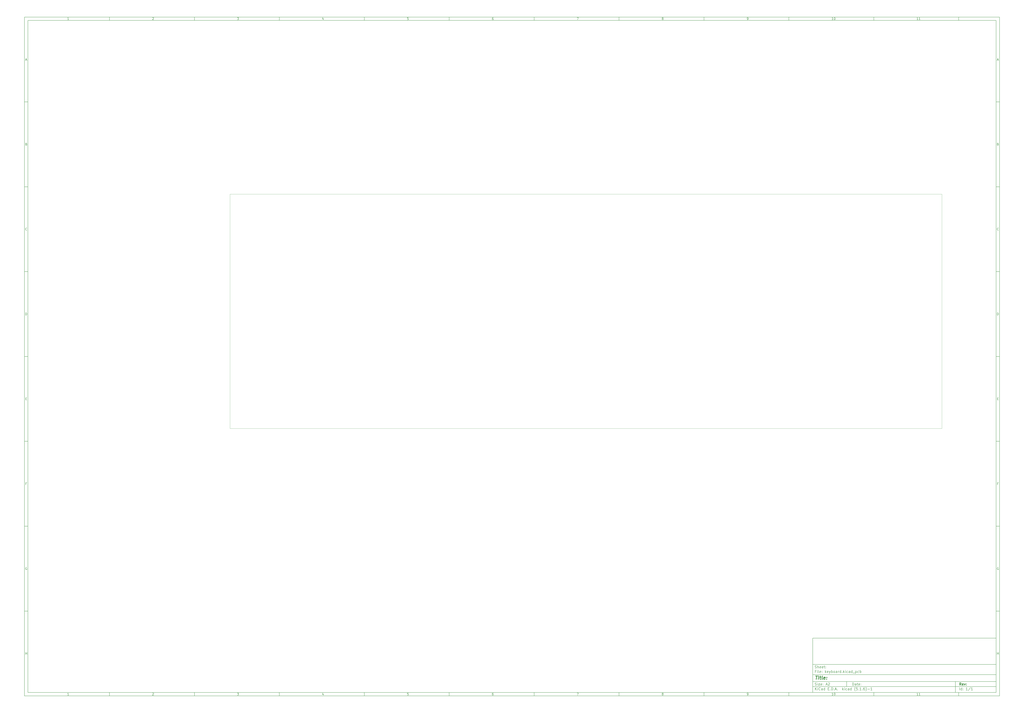
<source format=gbr>
G04 #@! TF.GenerationSoftware,KiCad,Pcbnew,(5.1.6)-1*
G04 #@! TF.CreationDate,2020-10-04T22:42:36-04:00*
G04 #@! TF.ProjectId,keyboard,6b657962-6f61-4726-942e-6b696361645f,rev?*
G04 #@! TF.SameCoordinates,Original*
G04 #@! TF.FileFunction,Profile,NP*
%FSLAX46Y46*%
G04 Gerber Fmt 4.6, Leading zero omitted, Abs format (unit mm)*
G04 Created by KiCad (PCBNEW (5.1.6)-1) date 2020-10-04 22:42:36*
%MOMM*%
%LPD*%
G01*
G04 APERTURE LIST*
%ADD10C,0.100000*%
%ADD11C,0.150000*%
%ADD12C,0.300000*%
%ADD13C,0.400000*%
G04 #@! TA.AperFunction,Profile*
%ADD14C,0.100000*%
G04 #@! TD*
G04 APERTURE END LIST*
D10*
D11*
X474004400Y-375989000D02*
X474004400Y-407989000D01*
X582004400Y-407989000D01*
X582004400Y-375989000D01*
X474004400Y-375989000D01*
D10*
D11*
X10000000Y-10000000D02*
X10000000Y-409989000D01*
X584004400Y-409989000D01*
X584004400Y-10000000D01*
X10000000Y-10000000D01*
D10*
D11*
X12000000Y-12000000D02*
X12000000Y-407989000D01*
X582004400Y-407989000D01*
X582004400Y-12000000D01*
X12000000Y-12000000D01*
D10*
D11*
X60000000Y-12000000D02*
X60000000Y-10000000D01*
D10*
D11*
X110000000Y-12000000D02*
X110000000Y-10000000D01*
D10*
D11*
X160000000Y-12000000D02*
X160000000Y-10000000D01*
D10*
D11*
X210000000Y-12000000D02*
X210000000Y-10000000D01*
D10*
D11*
X260000000Y-12000000D02*
X260000000Y-10000000D01*
D10*
D11*
X310000000Y-12000000D02*
X310000000Y-10000000D01*
D10*
D11*
X360000000Y-12000000D02*
X360000000Y-10000000D01*
D10*
D11*
X410000000Y-12000000D02*
X410000000Y-10000000D01*
D10*
D11*
X460000000Y-12000000D02*
X460000000Y-10000000D01*
D10*
D11*
X510000000Y-12000000D02*
X510000000Y-10000000D01*
D10*
D11*
X560000000Y-12000000D02*
X560000000Y-10000000D01*
D10*
D11*
X36065476Y-11588095D02*
X35322619Y-11588095D01*
X35694047Y-11588095D02*
X35694047Y-10288095D01*
X35570238Y-10473809D01*
X35446428Y-10597619D01*
X35322619Y-10659523D01*
D10*
D11*
X85322619Y-10411904D02*
X85384523Y-10350000D01*
X85508333Y-10288095D01*
X85817857Y-10288095D01*
X85941666Y-10350000D01*
X86003571Y-10411904D01*
X86065476Y-10535714D01*
X86065476Y-10659523D01*
X86003571Y-10845238D01*
X85260714Y-11588095D01*
X86065476Y-11588095D01*
D10*
D11*
X135260714Y-10288095D02*
X136065476Y-10288095D01*
X135632142Y-10783333D01*
X135817857Y-10783333D01*
X135941666Y-10845238D01*
X136003571Y-10907142D01*
X136065476Y-11030952D01*
X136065476Y-11340476D01*
X136003571Y-11464285D01*
X135941666Y-11526190D01*
X135817857Y-11588095D01*
X135446428Y-11588095D01*
X135322619Y-11526190D01*
X135260714Y-11464285D01*
D10*
D11*
X185941666Y-10721428D02*
X185941666Y-11588095D01*
X185632142Y-10226190D02*
X185322619Y-11154761D01*
X186127380Y-11154761D01*
D10*
D11*
X236003571Y-10288095D02*
X235384523Y-10288095D01*
X235322619Y-10907142D01*
X235384523Y-10845238D01*
X235508333Y-10783333D01*
X235817857Y-10783333D01*
X235941666Y-10845238D01*
X236003571Y-10907142D01*
X236065476Y-11030952D01*
X236065476Y-11340476D01*
X236003571Y-11464285D01*
X235941666Y-11526190D01*
X235817857Y-11588095D01*
X235508333Y-11588095D01*
X235384523Y-11526190D01*
X235322619Y-11464285D01*
D10*
D11*
X285941666Y-10288095D02*
X285694047Y-10288095D01*
X285570238Y-10350000D01*
X285508333Y-10411904D01*
X285384523Y-10597619D01*
X285322619Y-10845238D01*
X285322619Y-11340476D01*
X285384523Y-11464285D01*
X285446428Y-11526190D01*
X285570238Y-11588095D01*
X285817857Y-11588095D01*
X285941666Y-11526190D01*
X286003571Y-11464285D01*
X286065476Y-11340476D01*
X286065476Y-11030952D01*
X286003571Y-10907142D01*
X285941666Y-10845238D01*
X285817857Y-10783333D01*
X285570238Y-10783333D01*
X285446428Y-10845238D01*
X285384523Y-10907142D01*
X285322619Y-11030952D01*
D10*
D11*
X335260714Y-10288095D02*
X336127380Y-10288095D01*
X335570238Y-11588095D01*
D10*
D11*
X385570238Y-10845238D02*
X385446428Y-10783333D01*
X385384523Y-10721428D01*
X385322619Y-10597619D01*
X385322619Y-10535714D01*
X385384523Y-10411904D01*
X385446428Y-10350000D01*
X385570238Y-10288095D01*
X385817857Y-10288095D01*
X385941666Y-10350000D01*
X386003571Y-10411904D01*
X386065476Y-10535714D01*
X386065476Y-10597619D01*
X386003571Y-10721428D01*
X385941666Y-10783333D01*
X385817857Y-10845238D01*
X385570238Y-10845238D01*
X385446428Y-10907142D01*
X385384523Y-10969047D01*
X385322619Y-11092857D01*
X385322619Y-11340476D01*
X385384523Y-11464285D01*
X385446428Y-11526190D01*
X385570238Y-11588095D01*
X385817857Y-11588095D01*
X385941666Y-11526190D01*
X386003571Y-11464285D01*
X386065476Y-11340476D01*
X386065476Y-11092857D01*
X386003571Y-10969047D01*
X385941666Y-10907142D01*
X385817857Y-10845238D01*
D10*
D11*
X435446428Y-11588095D02*
X435694047Y-11588095D01*
X435817857Y-11526190D01*
X435879761Y-11464285D01*
X436003571Y-11278571D01*
X436065476Y-11030952D01*
X436065476Y-10535714D01*
X436003571Y-10411904D01*
X435941666Y-10350000D01*
X435817857Y-10288095D01*
X435570238Y-10288095D01*
X435446428Y-10350000D01*
X435384523Y-10411904D01*
X435322619Y-10535714D01*
X435322619Y-10845238D01*
X435384523Y-10969047D01*
X435446428Y-11030952D01*
X435570238Y-11092857D01*
X435817857Y-11092857D01*
X435941666Y-11030952D01*
X436003571Y-10969047D01*
X436065476Y-10845238D01*
D10*
D11*
X486065476Y-11588095D02*
X485322619Y-11588095D01*
X485694047Y-11588095D02*
X485694047Y-10288095D01*
X485570238Y-10473809D01*
X485446428Y-10597619D01*
X485322619Y-10659523D01*
X486870238Y-10288095D02*
X486994047Y-10288095D01*
X487117857Y-10350000D01*
X487179761Y-10411904D01*
X487241666Y-10535714D01*
X487303571Y-10783333D01*
X487303571Y-11092857D01*
X487241666Y-11340476D01*
X487179761Y-11464285D01*
X487117857Y-11526190D01*
X486994047Y-11588095D01*
X486870238Y-11588095D01*
X486746428Y-11526190D01*
X486684523Y-11464285D01*
X486622619Y-11340476D01*
X486560714Y-11092857D01*
X486560714Y-10783333D01*
X486622619Y-10535714D01*
X486684523Y-10411904D01*
X486746428Y-10350000D01*
X486870238Y-10288095D01*
D10*
D11*
X536065476Y-11588095D02*
X535322619Y-11588095D01*
X535694047Y-11588095D02*
X535694047Y-10288095D01*
X535570238Y-10473809D01*
X535446428Y-10597619D01*
X535322619Y-10659523D01*
X537303571Y-11588095D02*
X536560714Y-11588095D01*
X536932142Y-11588095D02*
X536932142Y-10288095D01*
X536808333Y-10473809D01*
X536684523Y-10597619D01*
X536560714Y-10659523D01*
D10*
D11*
X60000000Y-407989000D02*
X60000000Y-409989000D01*
D10*
D11*
X110000000Y-407989000D02*
X110000000Y-409989000D01*
D10*
D11*
X160000000Y-407989000D02*
X160000000Y-409989000D01*
D10*
D11*
X210000000Y-407989000D02*
X210000000Y-409989000D01*
D10*
D11*
X260000000Y-407989000D02*
X260000000Y-409989000D01*
D10*
D11*
X310000000Y-407989000D02*
X310000000Y-409989000D01*
D10*
D11*
X360000000Y-407989000D02*
X360000000Y-409989000D01*
D10*
D11*
X410000000Y-407989000D02*
X410000000Y-409989000D01*
D10*
D11*
X460000000Y-407989000D02*
X460000000Y-409989000D01*
D10*
D11*
X510000000Y-407989000D02*
X510000000Y-409989000D01*
D10*
D11*
X560000000Y-407989000D02*
X560000000Y-409989000D01*
D10*
D11*
X36065476Y-409577095D02*
X35322619Y-409577095D01*
X35694047Y-409577095D02*
X35694047Y-408277095D01*
X35570238Y-408462809D01*
X35446428Y-408586619D01*
X35322619Y-408648523D01*
D10*
D11*
X85322619Y-408400904D02*
X85384523Y-408339000D01*
X85508333Y-408277095D01*
X85817857Y-408277095D01*
X85941666Y-408339000D01*
X86003571Y-408400904D01*
X86065476Y-408524714D01*
X86065476Y-408648523D01*
X86003571Y-408834238D01*
X85260714Y-409577095D01*
X86065476Y-409577095D01*
D10*
D11*
X135260714Y-408277095D02*
X136065476Y-408277095D01*
X135632142Y-408772333D01*
X135817857Y-408772333D01*
X135941666Y-408834238D01*
X136003571Y-408896142D01*
X136065476Y-409019952D01*
X136065476Y-409329476D01*
X136003571Y-409453285D01*
X135941666Y-409515190D01*
X135817857Y-409577095D01*
X135446428Y-409577095D01*
X135322619Y-409515190D01*
X135260714Y-409453285D01*
D10*
D11*
X185941666Y-408710428D02*
X185941666Y-409577095D01*
X185632142Y-408215190D02*
X185322619Y-409143761D01*
X186127380Y-409143761D01*
D10*
D11*
X236003571Y-408277095D02*
X235384523Y-408277095D01*
X235322619Y-408896142D01*
X235384523Y-408834238D01*
X235508333Y-408772333D01*
X235817857Y-408772333D01*
X235941666Y-408834238D01*
X236003571Y-408896142D01*
X236065476Y-409019952D01*
X236065476Y-409329476D01*
X236003571Y-409453285D01*
X235941666Y-409515190D01*
X235817857Y-409577095D01*
X235508333Y-409577095D01*
X235384523Y-409515190D01*
X235322619Y-409453285D01*
D10*
D11*
X285941666Y-408277095D02*
X285694047Y-408277095D01*
X285570238Y-408339000D01*
X285508333Y-408400904D01*
X285384523Y-408586619D01*
X285322619Y-408834238D01*
X285322619Y-409329476D01*
X285384523Y-409453285D01*
X285446428Y-409515190D01*
X285570238Y-409577095D01*
X285817857Y-409577095D01*
X285941666Y-409515190D01*
X286003571Y-409453285D01*
X286065476Y-409329476D01*
X286065476Y-409019952D01*
X286003571Y-408896142D01*
X285941666Y-408834238D01*
X285817857Y-408772333D01*
X285570238Y-408772333D01*
X285446428Y-408834238D01*
X285384523Y-408896142D01*
X285322619Y-409019952D01*
D10*
D11*
X335260714Y-408277095D02*
X336127380Y-408277095D01*
X335570238Y-409577095D01*
D10*
D11*
X385570238Y-408834238D02*
X385446428Y-408772333D01*
X385384523Y-408710428D01*
X385322619Y-408586619D01*
X385322619Y-408524714D01*
X385384523Y-408400904D01*
X385446428Y-408339000D01*
X385570238Y-408277095D01*
X385817857Y-408277095D01*
X385941666Y-408339000D01*
X386003571Y-408400904D01*
X386065476Y-408524714D01*
X386065476Y-408586619D01*
X386003571Y-408710428D01*
X385941666Y-408772333D01*
X385817857Y-408834238D01*
X385570238Y-408834238D01*
X385446428Y-408896142D01*
X385384523Y-408958047D01*
X385322619Y-409081857D01*
X385322619Y-409329476D01*
X385384523Y-409453285D01*
X385446428Y-409515190D01*
X385570238Y-409577095D01*
X385817857Y-409577095D01*
X385941666Y-409515190D01*
X386003571Y-409453285D01*
X386065476Y-409329476D01*
X386065476Y-409081857D01*
X386003571Y-408958047D01*
X385941666Y-408896142D01*
X385817857Y-408834238D01*
D10*
D11*
X435446428Y-409577095D02*
X435694047Y-409577095D01*
X435817857Y-409515190D01*
X435879761Y-409453285D01*
X436003571Y-409267571D01*
X436065476Y-409019952D01*
X436065476Y-408524714D01*
X436003571Y-408400904D01*
X435941666Y-408339000D01*
X435817857Y-408277095D01*
X435570238Y-408277095D01*
X435446428Y-408339000D01*
X435384523Y-408400904D01*
X435322619Y-408524714D01*
X435322619Y-408834238D01*
X435384523Y-408958047D01*
X435446428Y-409019952D01*
X435570238Y-409081857D01*
X435817857Y-409081857D01*
X435941666Y-409019952D01*
X436003571Y-408958047D01*
X436065476Y-408834238D01*
D10*
D11*
X486065476Y-409577095D02*
X485322619Y-409577095D01*
X485694047Y-409577095D02*
X485694047Y-408277095D01*
X485570238Y-408462809D01*
X485446428Y-408586619D01*
X485322619Y-408648523D01*
X486870238Y-408277095D02*
X486994047Y-408277095D01*
X487117857Y-408339000D01*
X487179761Y-408400904D01*
X487241666Y-408524714D01*
X487303571Y-408772333D01*
X487303571Y-409081857D01*
X487241666Y-409329476D01*
X487179761Y-409453285D01*
X487117857Y-409515190D01*
X486994047Y-409577095D01*
X486870238Y-409577095D01*
X486746428Y-409515190D01*
X486684523Y-409453285D01*
X486622619Y-409329476D01*
X486560714Y-409081857D01*
X486560714Y-408772333D01*
X486622619Y-408524714D01*
X486684523Y-408400904D01*
X486746428Y-408339000D01*
X486870238Y-408277095D01*
D10*
D11*
X536065476Y-409577095D02*
X535322619Y-409577095D01*
X535694047Y-409577095D02*
X535694047Y-408277095D01*
X535570238Y-408462809D01*
X535446428Y-408586619D01*
X535322619Y-408648523D01*
X537303571Y-409577095D02*
X536560714Y-409577095D01*
X536932142Y-409577095D02*
X536932142Y-408277095D01*
X536808333Y-408462809D01*
X536684523Y-408586619D01*
X536560714Y-408648523D01*
D10*
D11*
X10000000Y-60000000D02*
X12000000Y-60000000D01*
D10*
D11*
X10000000Y-110000000D02*
X12000000Y-110000000D01*
D10*
D11*
X10000000Y-160000000D02*
X12000000Y-160000000D01*
D10*
D11*
X10000000Y-210000000D02*
X12000000Y-210000000D01*
D10*
D11*
X10000000Y-260000000D02*
X12000000Y-260000000D01*
D10*
D11*
X10000000Y-310000000D02*
X12000000Y-310000000D01*
D10*
D11*
X10000000Y-360000000D02*
X12000000Y-360000000D01*
D10*
D11*
X10690476Y-35216666D02*
X11309523Y-35216666D01*
X10566666Y-35588095D02*
X11000000Y-34288095D01*
X11433333Y-35588095D01*
D10*
D11*
X11092857Y-84907142D02*
X11278571Y-84969047D01*
X11340476Y-85030952D01*
X11402380Y-85154761D01*
X11402380Y-85340476D01*
X11340476Y-85464285D01*
X11278571Y-85526190D01*
X11154761Y-85588095D01*
X10659523Y-85588095D01*
X10659523Y-84288095D01*
X11092857Y-84288095D01*
X11216666Y-84350000D01*
X11278571Y-84411904D01*
X11340476Y-84535714D01*
X11340476Y-84659523D01*
X11278571Y-84783333D01*
X11216666Y-84845238D01*
X11092857Y-84907142D01*
X10659523Y-84907142D01*
D10*
D11*
X11402380Y-135464285D02*
X11340476Y-135526190D01*
X11154761Y-135588095D01*
X11030952Y-135588095D01*
X10845238Y-135526190D01*
X10721428Y-135402380D01*
X10659523Y-135278571D01*
X10597619Y-135030952D01*
X10597619Y-134845238D01*
X10659523Y-134597619D01*
X10721428Y-134473809D01*
X10845238Y-134350000D01*
X11030952Y-134288095D01*
X11154761Y-134288095D01*
X11340476Y-134350000D01*
X11402380Y-134411904D01*
D10*
D11*
X10659523Y-185588095D02*
X10659523Y-184288095D01*
X10969047Y-184288095D01*
X11154761Y-184350000D01*
X11278571Y-184473809D01*
X11340476Y-184597619D01*
X11402380Y-184845238D01*
X11402380Y-185030952D01*
X11340476Y-185278571D01*
X11278571Y-185402380D01*
X11154761Y-185526190D01*
X10969047Y-185588095D01*
X10659523Y-185588095D01*
D10*
D11*
X10721428Y-234907142D02*
X11154761Y-234907142D01*
X11340476Y-235588095D02*
X10721428Y-235588095D01*
X10721428Y-234288095D01*
X11340476Y-234288095D01*
D10*
D11*
X11185714Y-284907142D02*
X10752380Y-284907142D01*
X10752380Y-285588095D02*
X10752380Y-284288095D01*
X11371428Y-284288095D01*
D10*
D11*
X11340476Y-334350000D02*
X11216666Y-334288095D01*
X11030952Y-334288095D01*
X10845238Y-334350000D01*
X10721428Y-334473809D01*
X10659523Y-334597619D01*
X10597619Y-334845238D01*
X10597619Y-335030952D01*
X10659523Y-335278571D01*
X10721428Y-335402380D01*
X10845238Y-335526190D01*
X11030952Y-335588095D01*
X11154761Y-335588095D01*
X11340476Y-335526190D01*
X11402380Y-335464285D01*
X11402380Y-335030952D01*
X11154761Y-335030952D01*
D10*
D11*
X10628571Y-385588095D02*
X10628571Y-384288095D01*
X10628571Y-384907142D02*
X11371428Y-384907142D01*
X11371428Y-385588095D02*
X11371428Y-384288095D01*
D10*
D11*
X584004400Y-60000000D02*
X582004400Y-60000000D01*
D10*
D11*
X584004400Y-110000000D02*
X582004400Y-110000000D01*
D10*
D11*
X584004400Y-160000000D02*
X582004400Y-160000000D01*
D10*
D11*
X584004400Y-210000000D02*
X582004400Y-210000000D01*
D10*
D11*
X584004400Y-260000000D02*
X582004400Y-260000000D01*
D10*
D11*
X584004400Y-310000000D02*
X582004400Y-310000000D01*
D10*
D11*
X584004400Y-360000000D02*
X582004400Y-360000000D01*
D10*
D11*
X582694876Y-35216666D02*
X583313923Y-35216666D01*
X582571066Y-35588095D02*
X583004400Y-34288095D01*
X583437733Y-35588095D01*
D10*
D11*
X583097257Y-84907142D02*
X583282971Y-84969047D01*
X583344876Y-85030952D01*
X583406780Y-85154761D01*
X583406780Y-85340476D01*
X583344876Y-85464285D01*
X583282971Y-85526190D01*
X583159161Y-85588095D01*
X582663923Y-85588095D01*
X582663923Y-84288095D01*
X583097257Y-84288095D01*
X583221066Y-84350000D01*
X583282971Y-84411904D01*
X583344876Y-84535714D01*
X583344876Y-84659523D01*
X583282971Y-84783333D01*
X583221066Y-84845238D01*
X583097257Y-84907142D01*
X582663923Y-84907142D01*
D10*
D11*
X583406780Y-135464285D02*
X583344876Y-135526190D01*
X583159161Y-135588095D01*
X583035352Y-135588095D01*
X582849638Y-135526190D01*
X582725828Y-135402380D01*
X582663923Y-135278571D01*
X582602019Y-135030952D01*
X582602019Y-134845238D01*
X582663923Y-134597619D01*
X582725828Y-134473809D01*
X582849638Y-134350000D01*
X583035352Y-134288095D01*
X583159161Y-134288095D01*
X583344876Y-134350000D01*
X583406780Y-134411904D01*
D10*
D11*
X582663923Y-185588095D02*
X582663923Y-184288095D01*
X582973447Y-184288095D01*
X583159161Y-184350000D01*
X583282971Y-184473809D01*
X583344876Y-184597619D01*
X583406780Y-184845238D01*
X583406780Y-185030952D01*
X583344876Y-185278571D01*
X583282971Y-185402380D01*
X583159161Y-185526190D01*
X582973447Y-185588095D01*
X582663923Y-185588095D01*
D10*
D11*
X582725828Y-234907142D02*
X583159161Y-234907142D01*
X583344876Y-235588095D02*
X582725828Y-235588095D01*
X582725828Y-234288095D01*
X583344876Y-234288095D01*
D10*
D11*
X583190114Y-284907142D02*
X582756780Y-284907142D01*
X582756780Y-285588095D02*
X582756780Y-284288095D01*
X583375828Y-284288095D01*
D10*
D11*
X583344876Y-334350000D02*
X583221066Y-334288095D01*
X583035352Y-334288095D01*
X582849638Y-334350000D01*
X582725828Y-334473809D01*
X582663923Y-334597619D01*
X582602019Y-334845238D01*
X582602019Y-335030952D01*
X582663923Y-335278571D01*
X582725828Y-335402380D01*
X582849638Y-335526190D01*
X583035352Y-335588095D01*
X583159161Y-335588095D01*
X583344876Y-335526190D01*
X583406780Y-335464285D01*
X583406780Y-335030952D01*
X583159161Y-335030952D01*
D10*
D11*
X582632971Y-385588095D02*
X582632971Y-384288095D01*
X582632971Y-384907142D02*
X583375828Y-384907142D01*
X583375828Y-385588095D02*
X583375828Y-384288095D01*
D10*
D11*
X497436542Y-403767571D02*
X497436542Y-402267571D01*
X497793685Y-402267571D01*
X498007971Y-402339000D01*
X498150828Y-402481857D01*
X498222257Y-402624714D01*
X498293685Y-402910428D01*
X498293685Y-403124714D01*
X498222257Y-403410428D01*
X498150828Y-403553285D01*
X498007971Y-403696142D01*
X497793685Y-403767571D01*
X497436542Y-403767571D01*
X499579400Y-403767571D02*
X499579400Y-402981857D01*
X499507971Y-402839000D01*
X499365114Y-402767571D01*
X499079400Y-402767571D01*
X498936542Y-402839000D01*
X499579400Y-403696142D02*
X499436542Y-403767571D01*
X499079400Y-403767571D01*
X498936542Y-403696142D01*
X498865114Y-403553285D01*
X498865114Y-403410428D01*
X498936542Y-403267571D01*
X499079400Y-403196142D01*
X499436542Y-403196142D01*
X499579400Y-403124714D01*
X500079400Y-402767571D02*
X500650828Y-402767571D01*
X500293685Y-402267571D02*
X500293685Y-403553285D01*
X500365114Y-403696142D01*
X500507971Y-403767571D01*
X500650828Y-403767571D01*
X501722257Y-403696142D02*
X501579400Y-403767571D01*
X501293685Y-403767571D01*
X501150828Y-403696142D01*
X501079400Y-403553285D01*
X501079400Y-402981857D01*
X501150828Y-402839000D01*
X501293685Y-402767571D01*
X501579400Y-402767571D01*
X501722257Y-402839000D01*
X501793685Y-402981857D01*
X501793685Y-403124714D01*
X501079400Y-403267571D01*
X502436542Y-403624714D02*
X502507971Y-403696142D01*
X502436542Y-403767571D01*
X502365114Y-403696142D01*
X502436542Y-403624714D01*
X502436542Y-403767571D01*
X502436542Y-402839000D02*
X502507971Y-402910428D01*
X502436542Y-402981857D01*
X502365114Y-402910428D01*
X502436542Y-402839000D01*
X502436542Y-402981857D01*
D10*
D11*
X474004400Y-404489000D02*
X582004400Y-404489000D01*
D10*
D11*
X475436542Y-406567571D02*
X475436542Y-405067571D01*
X476293685Y-406567571D02*
X475650828Y-405710428D01*
X476293685Y-405067571D02*
X475436542Y-405924714D01*
X476936542Y-406567571D02*
X476936542Y-405567571D01*
X476936542Y-405067571D02*
X476865114Y-405139000D01*
X476936542Y-405210428D01*
X477007971Y-405139000D01*
X476936542Y-405067571D01*
X476936542Y-405210428D01*
X478507971Y-406424714D02*
X478436542Y-406496142D01*
X478222257Y-406567571D01*
X478079400Y-406567571D01*
X477865114Y-406496142D01*
X477722257Y-406353285D01*
X477650828Y-406210428D01*
X477579400Y-405924714D01*
X477579400Y-405710428D01*
X477650828Y-405424714D01*
X477722257Y-405281857D01*
X477865114Y-405139000D01*
X478079400Y-405067571D01*
X478222257Y-405067571D01*
X478436542Y-405139000D01*
X478507971Y-405210428D01*
X479793685Y-406567571D02*
X479793685Y-405781857D01*
X479722257Y-405639000D01*
X479579400Y-405567571D01*
X479293685Y-405567571D01*
X479150828Y-405639000D01*
X479793685Y-406496142D02*
X479650828Y-406567571D01*
X479293685Y-406567571D01*
X479150828Y-406496142D01*
X479079400Y-406353285D01*
X479079400Y-406210428D01*
X479150828Y-406067571D01*
X479293685Y-405996142D01*
X479650828Y-405996142D01*
X479793685Y-405924714D01*
X481150828Y-406567571D02*
X481150828Y-405067571D01*
X481150828Y-406496142D02*
X481007971Y-406567571D01*
X480722257Y-406567571D01*
X480579400Y-406496142D01*
X480507971Y-406424714D01*
X480436542Y-406281857D01*
X480436542Y-405853285D01*
X480507971Y-405710428D01*
X480579400Y-405639000D01*
X480722257Y-405567571D01*
X481007971Y-405567571D01*
X481150828Y-405639000D01*
X483007971Y-405781857D02*
X483507971Y-405781857D01*
X483722257Y-406567571D02*
X483007971Y-406567571D01*
X483007971Y-405067571D01*
X483722257Y-405067571D01*
X484365114Y-406424714D02*
X484436542Y-406496142D01*
X484365114Y-406567571D01*
X484293685Y-406496142D01*
X484365114Y-406424714D01*
X484365114Y-406567571D01*
X485079400Y-406567571D02*
X485079400Y-405067571D01*
X485436542Y-405067571D01*
X485650828Y-405139000D01*
X485793685Y-405281857D01*
X485865114Y-405424714D01*
X485936542Y-405710428D01*
X485936542Y-405924714D01*
X485865114Y-406210428D01*
X485793685Y-406353285D01*
X485650828Y-406496142D01*
X485436542Y-406567571D01*
X485079400Y-406567571D01*
X486579400Y-406424714D02*
X486650828Y-406496142D01*
X486579400Y-406567571D01*
X486507971Y-406496142D01*
X486579400Y-406424714D01*
X486579400Y-406567571D01*
X487222257Y-406139000D02*
X487936542Y-406139000D01*
X487079400Y-406567571D02*
X487579400Y-405067571D01*
X488079400Y-406567571D01*
X488579400Y-406424714D02*
X488650828Y-406496142D01*
X488579400Y-406567571D01*
X488507971Y-406496142D01*
X488579400Y-406424714D01*
X488579400Y-406567571D01*
X491579400Y-406567571D02*
X491579400Y-405067571D01*
X491722257Y-405996142D02*
X492150828Y-406567571D01*
X492150828Y-405567571D02*
X491579400Y-406139000D01*
X492793685Y-406567571D02*
X492793685Y-405567571D01*
X492793685Y-405067571D02*
X492722257Y-405139000D01*
X492793685Y-405210428D01*
X492865114Y-405139000D01*
X492793685Y-405067571D01*
X492793685Y-405210428D01*
X494150828Y-406496142D02*
X494007971Y-406567571D01*
X493722257Y-406567571D01*
X493579400Y-406496142D01*
X493507971Y-406424714D01*
X493436542Y-406281857D01*
X493436542Y-405853285D01*
X493507971Y-405710428D01*
X493579400Y-405639000D01*
X493722257Y-405567571D01*
X494007971Y-405567571D01*
X494150828Y-405639000D01*
X495436542Y-406567571D02*
X495436542Y-405781857D01*
X495365114Y-405639000D01*
X495222257Y-405567571D01*
X494936542Y-405567571D01*
X494793685Y-405639000D01*
X495436542Y-406496142D02*
X495293685Y-406567571D01*
X494936542Y-406567571D01*
X494793685Y-406496142D01*
X494722257Y-406353285D01*
X494722257Y-406210428D01*
X494793685Y-406067571D01*
X494936542Y-405996142D01*
X495293685Y-405996142D01*
X495436542Y-405924714D01*
X496793685Y-406567571D02*
X496793685Y-405067571D01*
X496793685Y-406496142D02*
X496650828Y-406567571D01*
X496365114Y-406567571D01*
X496222257Y-406496142D01*
X496150828Y-406424714D01*
X496079400Y-406281857D01*
X496079400Y-405853285D01*
X496150828Y-405710428D01*
X496222257Y-405639000D01*
X496365114Y-405567571D01*
X496650828Y-405567571D01*
X496793685Y-405639000D01*
X499079400Y-407139000D02*
X499007971Y-407067571D01*
X498865114Y-406853285D01*
X498793685Y-406710428D01*
X498722257Y-406496142D01*
X498650828Y-406139000D01*
X498650828Y-405853285D01*
X498722257Y-405496142D01*
X498793685Y-405281857D01*
X498865114Y-405139000D01*
X499007971Y-404924714D01*
X499079400Y-404853285D01*
X500365114Y-405067571D02*
X499650828Y-405067571D01*
X499579400Y-405781857D01*
X499650828Y-405710428D01*
X499793685Y-405639000D01*
X500150828Y-405639000D01*
X500293685Y-405710428D01*
X500365114Y-405781857D01*
X500436542Y-405924714D01*
X500436542Y-406281857D01*
X500365114Y-406424714D01*
X500293685Y-406496142D01*
X500150828Y-406567571D01*
X499793685Y-406567571D01*
X499650828Y-406496142D01*
X499579400Y-406424714D01*
X501079400Y-406424714D02*
X501150828Y-406496142D01*
X501079400Y-406567571D01*
X501007971Y-406496142D01*
X501079400Y-406424714D01*
X501079400Y-406567571D01*
X502579400Y-406567571D02*
X501722257Y-406567571D01*
X502150828Y-406567571D02*
X502150828Y-405067571D01*
X502007971Y-405281857D01*
X501865114Y-405424714D01*
X501722257Y-405496142D01*
X503222257Y-406424714D02*
X503293685Y-406496142D01*
X503222257Y-406567571D01*
X503150828Y-406496142D01*
X503222257Y-406424714D01*
X503222257Y-406567571D01*
X504579400Y-405067571D02*
X504293685Y-405067571D01*
X504150828Y-405139000D01*
X504079400Y-405210428D01*
X503936542Y-405424714D01*
X503865114Y-405710428D01*
X503865114Y-406281857D01*
X503936542Y-406424714D01*
X504007971Y-406496142D01*
X504150828Y-406567571D01*
X504436542Y-406567571D01*
X504579400Y-406496142D01*
X504650828Y-406424714D01*
X504722257Y-406281857D01*
X504722257Y-405924714D01*
X504650828Y-405781857D01*
X504579400Y-405710428D01*
X504436542Y-405639000D01*
X504150828Y-405639000D01*
X504007971Y-405710428D01*
X503936542Y-405781857D01*
X503865114Y-405924714D01*
X505222257Y-407139000D02*
X505293685Y-407067571D01*
X505436542Y-406853285D01*
X505507971Y-406710428D01*
X505579400Y-406496142D01*
X505650828Y-406139000D01*
X505650828Y-405853285D01*
X505579400Y-405496142D01*
X505507971Y-405281857D01*
X505436542Y-405139000D01*
X505293685Y-404924714D01*
X505222257Y-404853285D01*
X506365114Y-405996142D02*
X507507971Y-405996142D01*
X509007971Y-406567571D02*
X508150828Y-406567571D01*
X508579400Y-406567571D02*
X508579400Y-405067571D01*
X508436542Y-405281857D01*
X508293685Y-405424714D01*
X508150828Y-405496142D01*
D10*
D11*
X474004400Y-401489000D02*
X582004400Y-401489000D01*
D10*
D12*
X561413685Y-403767571D02*
X560913685Y-403053285D01*
X560556542Y-403767571D02*
X560556542Y-402267571D01*
X561127971Y-402267571D01*
X561270828Y-402339000D01*
X561342257Y-402410428D01*
X561413685Y-402553285D01*
X561413685Y-402767571D01*
X561342257Y-402910428D01*
X561270828Y-402981857D01*
X561127971Y-403053285D01*
X560556542Y-403053285D01*
X562627971Y-403696142D02*
X562485114Y-403767571D01*
X562199400Y-403767571D01*
X562056542Y-403696142D01*
X561985114Y-403553285D01*
X561985114Y-402981857D01*
X562056542Y-402839000D01*
X562199400Y-402767571D01*
X562485114Y-402767571D01*
X562627971Y-402839000D01*
X562699400Y-402981857D01*
X562699400Y-403124714D01*
X561985114Y-403267571D01*
X563199400Y-402767571D02*
X563556542Y-403767571D01*
X563913685Y-402767571D01*
X564485114Y-403624714D02*
X564556542Y-403696142D01*
X564485114Y-403767571D01*
X564413685Y-403696142D01*
X564485114Y-403624714D01*
X564485114Y-403767571D01*
X564485114Y-402839000D02*
X564556542Y-402910428D01*
X564485114Y-402981857D01*
X564413685Y-402910428D01*
X564485114Y-402839000D01*
X564485114Y-402981857D01*
D10*
D11*
X475365114Y-403696142D02*
X475579400Y-403767571D01*
X475936542Y-403767571D01*
X476079400Y-403696142D01*
X476150828Y-403624714D01*
X476222257Y-403481857D01*
X476222257Y-403339000D01*
X476150828Y-403196142D01*
X476079400Y-403124714D01*
X475936542Y-403053285D01*
X475650828Y-402981857D01*
X475507971Y-402910428D01*
X475436542Y-402839000D01*
X475365114Y-402696142D01*
X475365114Y-402553285D01*
X475436542Y-402410428D01*
X475507971Y-402339000D01*
X475650828Y-402267571D01*
X476007971Y-402267571D01*
X476222257Y-402339000D01*
X476865114Y-403767571D02*
X476865114Y-402767571D01*
X476865114Y-402267571D02*
X476793685Y-402339000D01*
X476865114Y-402410428D01*
X476936542Y-402339000D01*
X476865114Y-402267571D01*
X476865114Y-402410428D01*
X477436542Y-402767571D02*
X478222257Y-402767571D01*
X477436542Y-403767571D01*
X478222257Y-403767571D01*
X479365114Y-403696142D02*
X479222257Y-403767571D01*
X478936542Y-403767571D01*
X478793685Y-403696142D01*
X478722257Y-403553285D01*
X478722257Y-402981857D01*
X478793685Y-402839000D01*
X478936542Y-402767571D01*
X479222257Y-402767571D01*
X479365114Y-402839000D01*
X479436542Y-402981857D01*
X479436542Y-403124714D01*
X478722257Y-403267571D01*
X480079400Y-403624714D02*
X480150828Y-403696142D01*
X480079400Y-403767571D01*
X480007971Y-403696142D01*
X480079400Y-403624714D01*
X480079400Y-403767571D01*
X480079400Y-402839000D02*
X480150828Y-402910428D01*
X480079400Y-402981857D01*
X480007971Y-402910428D01*
X480079400Y-402839000D01*
X480079400Y-402981857D01*
X481865114Y-403339000D02*
X482579400Y-403339000D01*
X481722257Y-403767571D02*
X482222257Y-402267571D01*
X482722257Y-403767571D01*
X483150828Y-402410428D02*
X483222257Y-402339000D01*
X483365114Y-402267571D01*
X483722257Y-402267571D01*
X483865114Y-402339000D01*
X483936542Y-402410428D01*
X484007971Y-402553285D01*
X484007971Y-402696142D01*
X483936542Y-402910428D01*
X483079400Y-403767571D01*
X484007971Y-403767571D01*
D10*
D11*
X560436542Y-406567571D02*
X560436542Y-405067571D01*
X561793685Y-406567571D02*
X561793685Y-405067571D01*
X561793685Y-406496142D02*
X561650828Y-406567571D01*
X561365114Y-406567571D01*
X561222257Y-406496142D01*
X561150828Y-406424714D01*
X561079400Y-406281857D01*
X561079400Y-405853285D01*
X561150828Y-405710428D01*
X561222257Y-405639000D01*
X561365114Y-405567571D01*
X561650828Y-405567571D01*
X561793685Y-405639000D01*
X562507971Y-406424714D02*
X562579400Y-406496142D01*
X562507971Y-406567571D01*
X562436542Y-406496142D01*
X562507971Y-406424714D01*
X562507971Y-406567571D01*
X562507971Y-405639000D02*
X562579400Y-405710428D01*
X562507971Y-405781857D01*
X562436542Y-405710428D01*
X562507971Y-405639000D01*
X562507971Y-405781857D01*
X565150828Y-406567571D02*
X564293685Y-406567571D01*
X564722257Y-406567571D02*
X564722257Y-405067571D01*
X564579400Y-405281857D01*
X564436542Y-405424714D01*
X564293685Y-405496142D01*
X566865114Y-404996142D02*
X565579400Y-406924714D01*
X568150828Y-406567571D02*
X567293685Y-406567571D01*
X567722257Y-406567571D02*
X567722257Y-405067571D01*
X567579400Y-405281857D01*
X567436542Y-405424714D01*
X567293685Y-405496142D01*
D10*
D11*
X474004400Y-397489000D02*
X582004400Y-397489000D01*
D10*
D13*
X475716780Y-398193761D02*
X476859638Y-398193761D01*
X476038209Y-400193761D02*
X476288209Y-398193761D01*
X477276304Y-400193761D02*
X477442971Y-398860428D01*
X477526304Y-398193761D02*
X477419161Y-398289000D01*
X477502495Y-398384238D01*
X477609638Y-398289000D01*
X477526304Y-398193761D01*
X477502495Y-398384238D01*
X478109638Y-398860428D02*
X478871542Y-398860428D01*
X478478685Y-398193761D02*
X478264400Y-399908047D01*
X478335828Y-400098523D01*
X478514400Y-400193761D01*
X478704876Y-400193761D01*
X479657257Y-400193761D02*
X479478685Y-400098523D01*
X479407257Y-399908047D01*
X479621542Y-398193761D01*
X481192971Y-400098523D02*
X480990590Y-400193761D01*
X480609638Y-400193761D01*
X480431066Y-400098523D01*
X480359638Y-399908047D01*
X480454876Y-399146142D01*
X480573923Y-398955666D01*
X480776304Y-398860428D01*
X481157257Y-398860428D01*
X481335828Y-398955666D01*
X481407257Y-399146142D01*
X481383447Y-399336619D01*
X480407257Y-399527095D01*
X482157257Y-400003285D02*
X482240590Y-400098523D01*
X482133447Y-400193761D01*
X482050114Y-400098523D01*
X482157257Y-400003285D01*
X482133447Y-400193761D01*
X482288209Y-398955666D02*
X482371542Y-399050904D01*
X482264400Y-399146142D01*
X482181066Y-399050904D01*
X482288209Y-398955666D01*
X482264400Y-399146142D01*
D10*
D11*
X475936542Y-395581857D02*
X475436542Y-395581857D01*
X475436542Y-396367571D02*
X475436542Y-394867571D01*
X476150828Y-394867571D01*
X476722257Y-396367571D02*
X476722257Y-395367571D01*
X476722257Y-394867571D02*
X476650828Y-394939000D01*
X476722257Y-395010428D01*
X476793685Y-394939000D01*
X476722257Y-394867571D01*
X476722257Y-395010428D01*
X477650828Y-396367571D02*
X477507971Y-396296142D01*
X477436542Y-396153285D01*
X477436542Y-394867571D01*
X478793685Y-396296142D02*
X478650828Y-396367571D01*
X478365114Y-396367571D01*
X478222257Y-396296142D01*
X478150828Y-396153285D01*
X478150828Y-395581857D01*
X478222257Y-395439000D01*
X478365114Y-395367571D01*
X478650828Y-395367571D01*
X478793685Y-395439000D01*
X478865114Y-395581857D01*
X478865114Y-395724714D01*
X478150828Y-395867571D01*
X479507971Y-396224714D02*
X479579400Y-396296142D01*
X479507971Y-396367571D01*
X479436542Y-396296142D01*
X479507971Y-396224714D01*
X479507971Y-396367571D01*
X479507971Y-395439000D02*
X479579400Y-395510428D01*
X479507971Y-395581857D01*
X479436542Y-395510428D01*
X479507971Y-395439000D01*
X479507971Y-395581857D01*
X481365114Y-396367571D02*
X481365114Y-394867571D01*
X481507971Y-395796142D02*
X481936542Y-396367571D01*
X481936542Y-395367571D02*
X481365114Y-395939000D01*
X483150828Y-396296142D02*
X483007971Y-396367571D01*
X482722257Y-396367571D01*
X482579400Y-396296142D01*
X482507971Y-396153285D01*
X482507971Y-395581857D01*
X482579400Y-395439000D01*
X482722257Y-395367571D01*
X483007971Y-395367571D01*
X483150828Y-395439000D01*
X483222257Y-395581857D01*
X483222257Y-395724714D01*
X482507971Y-395867571D01*
X483722257Y-395367571D02*
X484079400Y-396367571D01*
X484436542Y-395367571D02*
X484079400Y-396367571D01*
X483936542Y-396724714D01*
X483865114Y-396796142D01*
X483722257Y-396867571D01*
X485007971Y-396367571D02*
X485007971Y-394867571D01*
X485007971Y-395439000D02*
X485150828Y-395367571D01*
X485436542Y-395367571D01*
X485579400Y-395439000D01*
X485650828Y-395510428D01*
X485722257Y-395653285D01*
X485722257Y-396081857D01*
X485650828Y-396224714D01*
X485579400Y-396296142D01*
X485436542Y-396367571D01*
X485150828Y-396367571D01*
X485007971Y-396296142D01*
X486579400Y-396367571D02*
X486436542Y-396296142D01*
X486365114Y-396224714D01*
X486293685Y-396081857D01*
X486293685Y-395653285D01*
X486365114Y-395510428D01*
X486436542Y-395439000D01*
X486579400Y-395367571D01*
X486793685Y-395367571D01*
X486936542Y-395439000D01*
X487007971Y-395510428D01*
X487079400Y-395653285D01*
X487079400Y-396081857D01*
X487007971Y-396224714D01*
X486936542Y-396296142D01*
X486793685Y-396367571D01*
X486579400Y-396367571D01*
X488365114Y-396367571D02*
X488365114Y-395581857D01*
X488293685Y-395439000D01*
X488150828Y-395367571D01*
X487865114Y-395367571D01*
X487722257Y-395439000D01*
X488365114Y-396296142D02*
X488222257Y-396367571D01*
X487865114Y-396367571D01*
X487722257Y-396296142D01*
X487650828Y-396153285D01*
X487650828Y-396010428D01*
X487722257Y-395867571D01*
X487865114Y-395796142D01*
X488222257Y-395796142D01*
X488365114Y-395724714D01*
X489079400Y-396367571D02*
X489079400Y-395367571D01*
X489079400Y-395653285D02*
X489150828Y-395510428D01*
X489222257Y-395439000D01*
X489365114Y-395367571D01*
X489507971Y-395367571D01*
X490650828Y-396367571D02*
X490650828Y-394867571D01*
X490650828Y-396296142D02*
X490507971Y-396367571D01*
X490222257Y-396367571D01*
X490079400Y-396296142D01*
X490007971Y-396224714D01*
X489936542Y-396081857D01*
X489936542Y-395653285D01*
X490007971Y-395510428D01*
X490079400Y-395439000D01*
X490222257Y-395367571D01*
X490507971Y-395367571D01*
X490650828Y-395439000D01*
X491365114Y-396224714D02*
X491436542Y-396296142D01*
X491365114Y-396367571D01*
X491293685Y-396296142D01*
X491365114Y-396224714D01*
X491365114Y-396367571D01*
X492079400Y-396367571D02*
X492079400Y-394867571D01*
X492222257Y-395796142D02*
X492650828Y-396367571D01*
X492650828Y-395367571D02*
X492079400Y-395939000D01*
X493293685Y-396367571D02*
X493293685Y-395367571D01*
X493293685Y-394867571D02*
X493222257Y-394939000D01*
X493293685Y-395010428D01*
X493365114Y-394939000D01*
X493293685Y-394867571D01*
X493293685Y-395010428D01*
X494650828Y-396296142D02*
X494507971Y-396367571D01*
X494222257Y-396367571D01*
X494079400Y-396296142D01*
X494007971Y-396224714D01*
X493936542Y-396081857D01*
X493936542Y-395653285D01*
X494007971Y-395510428D01*
X494079400Y-395439000D01*
X494222257Y-395367571D01*
X494507971Y-395367571D01*
X494650828Y-395439000D01*
X495936542Y-396367571D02*
X495936542Y-395581857D01*
X495865114Y-395439000D01*
X495722257Y-395367571D01*
X495436542Y-395367571D01*
X495293685Y-395439000D01*
X495936542Y-396296142D02*
X495793685Y-396367571D01*
X495436542Y-396367571D01*
X495293685Y-396296142D01*
X495222257Y-396153285D01*
X495222257Y-396010428D01*
X495293685Y-395867571D01*
X495436542Y-395796142D01*
X495793685Y-395796142D01*
X495936542Y-395724714D01*
X497293685Y-396367571D02*
X497293685Y-394867571D01*
X497293685Y-396296142D02*
X497150828Y-396367571D01*
X496865114Y-396367571D01*
X496722257Y-396296142D01*
X496650828Y-396224714D01*
X496579400Y-396081857D01*
X496579400Y-395653285D01*
X496650828Y-395510428D01*
X496722257Y-395439000D01*
X496865114Y-395367571D01*
X497150828Y-395367571D01*
X497293685Y-395439000D01*
X497650828Y-396510428D02*
X498793685Y-396510428D01*
X499150828Y-395367571D02*
X499150828Y-396867571D01*
X499150828Y-395439000D02*
X499293685Y-395367571D01*
X499579400Y-395367571D01*
X499722257Y-395439000D01*
X499793685Y-395510428D01*
X499865114Y-395653285D01*
X499865114Y-396081857D01*
X499793685Y-396224714D01*
X499722257Y-396296142D01*
X499579400Y-396367571D01*
X499293685Y-396367571D01*
X499150828Y-396296142D01*
X501150828Y-396296142D02*
X501007971Y-396367571D01*
X500722257Y-396367571D01*
X500579400Y-396296142D01*
X500507971Y-396224714D01*
X500436542Y-396081857D01*
X500436542Y-395653285D01*
X500507971Y-395510428D01*
X500579400Y-395439000D01*
X500722257Y-395367571D01*
X501007971Y-395367571D01*
X501150828Y-395439000D01*
X501793685Y-396367571D02*
X501793685Y-394867571D01*
X501793685Y-395439000D02*
X501936542Y-395367571D01*
X502222257Y-395367571D01*
X502365114Y-395439000D01*
X502436542Y-395510428D01*
X502507971Y-395653285D01*
X502507971Y-396081857D01*
X502436542Y-396224714D01*
X502365114Y-396296142D01*
X502222257Y-396367571D01*
X501936542Y-396367571D01*
X501793685Y-396296142D01*
D10*
D11*
X474004400Y-391489000D02*
X582004400Y-391489000D01*
D10*
D11*
X475365114Y-393596142D02*
X475579400Y-393667571D01*
X475936542Y-393667571D01*
X476079400Y-393596142D01*
X476150828Y-393524714D01*
X476222257Y-393381857D01*
X476222257Y-393239000D01*
X476150828Y-393096142D01*
X476079400Y-393024714D01*
X475936542Y-392953285D01*
X475650828Y-392881857D01*
X475507971Y-392810428D01*
X475436542Y-392739000D01*
X475365114Y-392596142D01*
X475365114Y-392453285D01*
X475436542Y-392310428D01*
X475507971Y-392239000D01*
X475650828Y-392167571D01*
X476007971Y-392167571D01*
X476222257Y-392239000D01*
X476865114Y-393667571D02*
X476865114Y-392167571D01*
X477507971Y-393667571D02*
X477507971Y-392881857D01*
X477436542Y-392739000D01*
X477293685Y-392667571D01*
X477079400Y-392667571D01*
X476936542Y-392739000D01*
X476865114Y-392810428D01*
X478793685Y-393596142D02*
X478650828Y-393667571D01*
X478365114Y-393667571D01*
X478222257Y-393596142D01*
X478150828Y-393453285D01*
X478150828Y-392881857D01*
X478222257Y-392739000D01*
X478365114Y-392667571D01*
X478650828Y-392667571D01*
X478793685Y-392739000D01*
X478865114Y-392881857D01*
X478865114Y-393024714D01*
X478150828Y-393167571D01*
X480079400Y-393596142D02*
X479936542Y-393667571D01*
X479650828Y-393667571D01*
X479507971Y-393596142D01*
X479436542Y-393453285D01*
X479436542Y-392881857D01*
X479507971Y-392739000D01*
X479650828Y-392667571D01*
X479936542Y-392667571D01*
X480079400Y-392739000D01*
X480150828Y-392881857D01*
X480150828Y-393024714D01*
X479436542Y-393167571D01*
X480579400Y-392667571D02*
X481150828Y-392667571D01*
X480793685Y-392167571D02*
X480793685Y-393453285D01*
X480865114Y-393596142D01*
X481007971Y-393667571D01*
X481150828Y-393667571D01*
X481650828Y-393524714D02*
X481722257Y-393596142D01*
X481650828Y-393667571D01*
X481579400Y-393596142D01*
X481650828Y-393524714D01*
X481650828Y-393667571D01*
X481650828Y-392739000D02*
X481722257Y-392810428D01*
X481650828Y-392881857D01*
X481579400Y-392810428D01*
X481650828Y-392739000D01*
X481650828Y-392881857D01*
D10*
D11*
X494004400Y-401489000D02*
X494004400Y-404489000D01*
D10*
D11*
X558004400Y-401489000D02*
X558004400Y-407989000D01*
D14*
X550068750Y-114300000D02*
X550068750Y-252412500D01*
X130968750Y-114300000D02*
X550068750Y-114300000D01*
X130968750Y-252412500D02*
X130968750Y-114300000D01*
X550068750Y-252412500D02*
X130968750Y-252412500D01*
M02*

</source>
